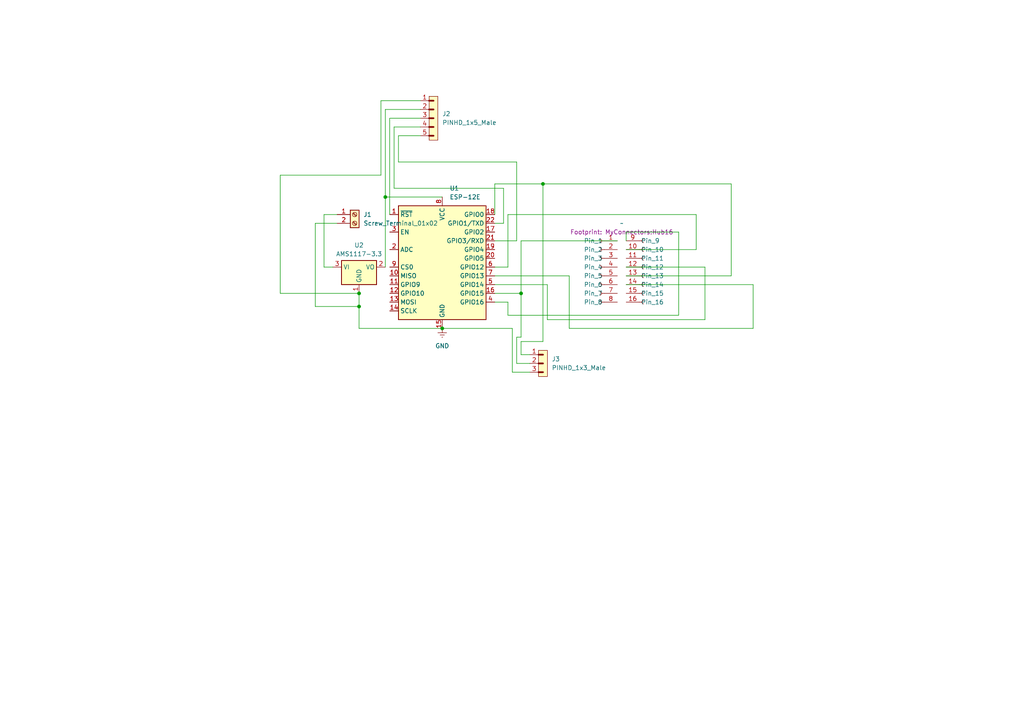
<source format=kicad_sch>
(kicad_sch (version 20250114) (generator "eeschema") (generator_version "9.0")
  (paper "A4")
  (lib_symbols
    (symbol "Connector:Screw_Terminal_01x02" (pin_names (offset 1.016) (hide yes))
      (property "Reference" "J" (at 0 2.54 0))
      (property "Value" "Screw_Terminal_01x02" (at 0 -5.08 0))
      (symbol "Screw_Terminal_01x02_1_1"
        (rectangle (start -1.27 1.27) (end 1.27 -3.81) (stroke (width 0.254)) (fill (type background)))
        (polyline (pts (xy -0.5334 0.3302) (xy 0.3302 -0.508)) (stroke (width 0.1524)))
        (polyline (pts (xy -0.5334 -2.2098) (xy 0.3302 -3.048)) (stroke (width 0.1524)))
        (polyline (pts (xy -0.3556 0.508) (xy 0.508 -0.3302)) (stroke (width 0.1524)))
        (polyline (pts (xy -0.3556 -2.032) (xy 0.508 -2.8702)) (stroke (width 0.1524)))
        (circle (center 0 0) (radius 0.635) (stroke (width 0.1524)))
        (circle (center 0 -2.54) (radius 0.635) (stroke (width 0.1524)))
        (pin passive line (at -5.08 0 0) (length 3.81) (name "Pin_1") (number "1"))
        (pin passive line (at -5.08 -2.54 0) (length 3.81) (name "Pin_2") (number "2"))
      )
    )
    (symbol "New_Library:HUB16"
      (property "Footprint" "MyConnectors:Hub16" (at 0.254 6.858 0) (show_name))
      (symbol "HUB16_1_1"
        (arc (start -7.6178 3.048) (mid -7.112 2.54) (end -7.6178 2.032) (stroke (width 0.1524)))
        (arc (start -7.6178 0.508) (mid -7.112 0) (end -7.6178 -0.508) (stroke (width 0.1524)))
        (arc (start -7.6178 -2.032) (mid -7.112 -2.54) (end -7.6178 -3.048) (stroke (width 0.1524)))
        (arc (start -7.6178 -4.572) (mid -7.112 -5.08) (end -7.6178 -5.588) (stroke (width 0.1524)))
        (arc (start -7.6178 -7.112) (mid -7.112 -7.62) (end -7.6178 -8.128) (stroke (width 0.1524)))
        (arc (start -7.6178 -9.652) (mid -7.112 -10.16) (end -7.6178 -10.668) (stroke (width 0.1524)))
        (arc (start -7.6178 -12.192) (mid -7.112 -12.7) (end -7.6178 -13.208) (stroke (width 0.1524)))
        (arc (start -7.6178 -14.732) (mid -7.112 -15.24) (end -7.6178 -15.748) (stroke (width 0.1524)))
        (polyline (pts (xy -6.35 2.54) (xy -7.112 2.54)) (stroke (width 0.1524)))
        (polyline (pts (xy -6.35 0) (xy -7.112 0)) (stroke (width 0.1524)))
        (polyline (pts (xy -6.35 -2.54) (xy -7.112 -2.54)) (stroke (width 0.1524)))
        (polyline (pts (xy -6.35 -5.08) (xy -7.112 -5.08)) (stroke (width 0.1524)))
        (polyline (pts (xy -6.35 -7.62) (xy -7.112 -7.62)) (stroke (width 0.1524)))
        (polyline (pts (xy -6.35 -10.16) (xy -7.112 -10.16)) (stroke (width 0.1524)))
        (polyline (pts (xy -6.35 -12.7) (xy -7.112 -12.7)) (stroke (width 0.1524)))
        (polyline (pts (xy -6.35 -15.24) (xy -7.112 -15.24)) (stroke (width 0.1524)))
        (polyline (pts (xy 3.81 2.54) (xy 4.572 2.54)) (stroke (width 0.1524)))
        (polyline (pts (xy 3.81 0) (xy 4.572 0)) (stroke (width 0.1524)))
        (polyline (pts (xy 3.81 -2.54) (xy 4.572 -2.54)) (stroke (width 0.1524)))
        (polyline (pts (xy 3.81 -5.08) (xy 4.572 -5.08)) (stroke (width 0.1524)))
        (polyline (pts (xy 3.81 -7.62) (xy 4.572 -7.62)) (stroke (width 0.1524)))
        (polyline (pts (xy 3.81 -10.16) (xy 4.572 -10.16)) (stroke (width 0.1524)))
        (polyline (pts (xy 3.81 -12.7) (xy 4.572 -12.7)) (stroke (width 0.1524)))
        (polyline (pts (xy 3.81 -15.24) (xy 4.572 -15.24)) (stroke (width 0.1524)))
        (arc (start 5.0778 2.032) (mid 4.572 2.54) (end 5.0778 3.048) (stroke (width 0.1524)))
        (arc (start 5.0778 -0.508) (mid 4.572 0) (end 5.0778 0.508) (stroke (width 0.1524)))
        (arc (start 5.0778 -3.048) (mid 4.572 -2.54) (end 5.0778 -2.032) (stroke (width 0.1524)))
        (arc (start 5.0778 -5.588) (mid 4.572 -5.08) (end 5.0778 -4.572) (stroke (width 0.1524)))
        (arc (start 5.0778 -8.128) (mid 4.572 -7.62) (end 5.0778 -7.112) (stroke (width 0.1524)))
        (arc (start 5.0778 -10.668) (mid 4.572 -10.16) (end 5.0778 -9.652) (stroke (width 0.1524)))
        (arc (start 5.0778 -13.208) (mid 4.572 -12.7) (end 5.0778 -12.192) (stroke (width 0.1524)))
        (arc (start 5.0778 -15.748) (mid 4.572 -15.24) (end 5.0778 -14.732) (stroke (width 0.1524)))
        (pin passive line (at -2.54 2.54 180) (length 3.81) (name "Pin_1") (number "1"))
        (pin passive line (at -2.54 0 180) (length 3.81) (name "Pin_2") (number "2"))
        (pin passive line (at -2.54 -2.54 180) (length 3.81) (name "Pin_3") (number "3"))
        (pin passive line (at -2.54 -5.08 180) (length 3.81) (name "Pin_4") (number "4"))
        (pin passive line (at -2.54 -7.62 180) (length 3.81) (name "Pin_5") (number "5"))
        (pin passive line (at -2.54 -10.16 180) (length 3.81) (name "Pin_6") (number "6"))
        (pin passive line (at -2.54 -12.7 180) (length 3.81) (name "Pin_7") (number "7"))
        (pin passive line (at -2.54 -15.24 180) (length 3.81) (name "Pin_8") (number "8"))
        (pin passive line (at 0 2.54 0) (length 3.81) (name "Pin_9") (number "9"))
        (pin passive line (at 0 0 0) (length 3.81) (name "Pin_10") (number "10"))
        (pin passive line (at 0 -2.54 0) (length 3.81) (name "Pin_11") (number "11"))
        (pin passive line (at 0 -5.08 0) (length 3.81) (name "Pin_12") (number "12"))
        (pin passive line (at 0 -7.62 0) (length 3.81) (name "Pin_13") (number "13"))
        (pin passive line (at 0 -10.16 0) (length 3.81) (name "Pin_14") (number "14"))
        (pin passive line (at 0 -12.7 0) (length 3.81) (name "Pin_15") (number "15"))
        (pin passive line (at 0 -15.24 0) (length 3.81) (name "Pin_16") (number "16"))
      )
    )
    (symbol "PCM_SL_Pin_Headers:PINHD_1x3_Male"
      (property "Reference" "J" (at 0 7.62 0))
      (property "Value" "PINHD_1x3_Male" (at 0 5.08 0))
      (symbol "PINHD_1x3_Male_0_1"
        (rectangle (start -1.27 3.81) (end 1.27 -3.81) (fill (type background)))
        (polyline (pts (xy -1.27 2.54) (xy 0 2.54)) (stroke (width 0.3)))
        (polyline (pts (xy -1.27 2.54) (xy 0 2.54)) (stroke (width 0.5)))
        (polyline (pts (xy -1.27 0) (xy 0 0)) (stroke (width 0.3)))
        (polyline (pts (xy -1.27 0) (xy 0 0)) (stroke (width 0.5)))
        (polyline (pts (xy -1.27 -2.54) (xy 0 -2.54)) (stroke (width 0.3)))
        (polyline (pts (xy -1.27 -2.54) (xy 0 -2.54)) (stroke (width 0.5)))
      )
      (symbol "PINHD_1x3_Male_1_1"
        (pin passive line (at -3.81 2.54 0) (length 2.54) (name "") (number "1"))
        (pin passive line (at -3.81 0 0) (length 2.54) (name "") (number "2"))
        (pin passive line (at -3.81 -2.54 0) (length 2.54) (name "") (number "3"))
      )
    )
    (symbol "PCM_SL_Pin_Headers:PINHD_1x5_Male"
      (property "Reference" "J" (at 0 10.16 0))
      (property "Value" "PINHD_1x5_Male" (at 0 7.62 0))
      (symbol "PINHD_1x5_Male_0_1"
        (rectangle (start -1.27 6.35) (end 1.27 -6.35) (fill (type background)))
        (polyline (pts (xy -1.27 5.08) (xy 0 5.08)) (stroke (width 0.3)))
        (polyline (pts (xy -1.27 5.08) (xy 0 5.08)) (stroke (width 0.5)))
        (polyline (pts (xy -1.27 2.54) (xy 0 2.54)) (stroke (width 0.3)))
        (polyline (pts (xy -1.27 2.54) (xy 0 2.54)) (stroke (width 0.5)))
        (polyline (pts (xy -1.27 0) (xy 0 0)) (stroke (width 0.3)))
        (polyline (pts (xy -1.27 0) (xy 0 0)) (stroke (width 0.5)))
        (polyline (pts (xy -1.27 -2.54) (xy 0 -2.54)) (stroke (width 0.3)))
        (polyline (pts (xy -1.27 -2.54) (xy 0 -2.54)) (stroke (width 0.5)))
        (polyline (pts (xy -1.27 -5.08) (xy 0 -5.08)) (stroke (width 0.3)))
        (polyline (pts (xy -1.27 -5.08) (xy 0 -5.08)) (stroke (width 0.5)))
      )
      (symbol "PINHD_1x5_Male_1_1"
        (pin passive line (at -3.81 5.08 0) (length 2.54) (name "") (number "1"))
        (pin passive line (at -3.81 2.54 0) (length 2.54) (name "") (number "2"))
        (pin passive line (at -3.81 0 0) (length 2.54) (name "") (number "3"))
        (pin passive line (at -3.81 -2.54 0) (length 2.54) (name "") (number "4"))
        (pin passive line (at -3.81 -5.08 0) (length 2.54) (name "") (number "5"))
      )
    )
    (symbol "RF_Module:ESP-12E"
      (property "Reference" "U" (at -12.7 19.05 0))
      (property "Value" "ESP-12E" (at 12.7 19.05 0))
      (symbol "ESP-12E_0_1"
        (rectangle (start -12.7 17.78) (end 12.7 -15.24) (stroke (width 0.254)) (fill (type background)))
      )
      (symbol "ESP-12E_1_1"
        (pin input line (at -15.24 15.24 0) (length 2.54) (name "~{RST}") (number "1"))
        (pin input line (at -15.24 10.16 0) (length 2.54) (name "EN") (number "3"))
        (pin input line (at -15.24 5.08 0) (length 2.54) (name "ADC") (number "2"))
        (pin input line (at -15.24 0 0) (length 2.54) (name "CS0") (number "9"))
        (pin bidirectional line (at -15.24 -2.54 0) (length 2.54) (name "MISO") (number "10"))
        (pin bidirectional line (at -15.24 -5.08 0) (length 2.54) (name "GPIO9") (number "11"))
        (pin bidirectional line (at -15.24 -7.62 0) (length 2.54) (name "GPIO10") (number "12"))
        (pin bidirectional line (at -15.24 -10.16 0) (length 2.54) (name "MOSI") (number "13"))
        (pin bidirectional line (at -15.24 -12.7 0) (length 2.54) (name "SCLK") (number "14"))
        (pin power_in line (at 0 20.32 270) (length 2.54) (name "VCC") (number "8"))
        (pin power_in line (at 0 -17.78 90) (length 2.54) (name "GND") (number "15"))
        (pin bidirectional line (at 15.24 15.24 180) (length 2.54) (name "GPIO0") (number "18"))
        (pin bidirectional line (at 15.24 12.7 180) (length 2.54) (name "GPIO1/TXD") (number "22"))
        (pin bidirectional line (at 15.24 10.16 180) (length 2.54) (name "GPIO2") (number "17"))
        (pin bidirectional line (at 15.24 7.62 180) (length 2.54) (name "GPIO3/RXD") (number "21"))
        (pin bidirectional line (at 15.24 5.08 180) (length 2.54) (name "GPIO4") (number "19"))
        (pin bidirectional line (at 15.24 2.54 180) (length 2.54) (name "GPIO5") (number "20"))
        (pin bidirectional line (at 15.24 0 180) (length 2.54) (name "GPIO12") (number "6"))
        (pin bidirectional line (at 15.24 -2.54 180) (length 2.54) (name "GPIO13") (number "7"))
        (pin bidirectional line (at 15.24 -5.08 180) (length 2.54) (name "GPIO14") (number "5"))
        (pin bidirectional line (at 15.24 -7.62 180) (length 2.54) (name "GPIO15") (number "16"))
        (pin bidirectional line (at 15.24 -10.16 180) (length 2.54) (name "GPIO16") (number "4"))
      )
    )
    (symbol "Regulator_Linear:AMS1117-3.3"
      (property "Reference" "U" (at -3.81 3.175 0))
      (property "Value" "AMS1117-3.3" (at 0 3.175 0))
      (symbol "AMS1117-3.3_0_1"
        (rectangle (start -5.08 -5.08) (end 5.08 1.905) (stroke (width 0.254)) (fill (type background)))
      )
      (symbol "AMS1117-3.3_1_1"
        (pin power_in line (at -7.62 0 0) (length 2.54) (name "VI") (number "3"))
        (pin power_in line (at 0 -7.62 90) (length 2.54) (name "GND") (number "1"))
        (pin power_out line (at 7.62 0 180) (length 2.54) (name "VO") (number "2"))
      )
    )
    (symbol "power:Earth" (power) (pin_numbers (hide yes)) (pin_names (offset 0) (hide yes))
      (property "Value" "Earth" (at 0 -3.81 0))
      (symbol "Earth_0_1"
        (polyline (pts (xy -0.635 -1.905) (xy 0.635 -1.905)))
        (polyline (pts (xy -0.127 -2.54) (xy 0.127 -2.54)))
        (polyline (pts (xy 0 -1.27) (xy 0 0)))
        (polyline (pts (xy 1.27 -1.27) (xy -1.27 -1.27)))
      )
      (symbol "Earth_1_1"
        (pin power_in line (at 0 0 270) (length 0) (name "~") (number "1"))
      )
    )
  )
  (junction (at 128.27 95.25))
  (junction (at 111.76 57.15))
  (junction (at 104.14 88.9))
  (junction (at 157.48 53.34))
  (junction (at 104.14 85.09))
  (junction (at 151.13 85.09))
  (wire (pts (xy 111.76 31.75) (xy 121.92 31.75)))
  (wire (pts (xy 147.32 91.44) (xy 147.32 87.63)))
  (wire (pts (xy 91.44 64.77) (xy 91.44 88.9)))
  (wire (pts (xy 165.1 95.25) (xy 165.1 80.01)))
  (wire (pts (xy 114.3 36.83) (xy 121.92 36.83)))
  (wire (pts (xy 93.98 77.47) (xy 96.52 77.47)))
  (wire (pts (xy 113.03 34.29) (xy 113.03 62.23)))
  (wire (pts (xy 218.44 82.55) (xy 218.44 95.25)))
  (wire (pts (xy 111.76 31.75) (xy 111.76 57.15)))
  (wire (pts (xy 110.49 29.21) (xy 121.92 29.21)))
  (wire (pts (xy 181.61 77.47) (xy 204.47 77.47)))
  (wire (pts (xy 148.59 95.25) (xy 148.59 107.95)))
  (wire (pts (xy 149.86 105.41) (xy 153.67 105.41)))
  (wire (pts (xy 111.76 57.15) (xy 111.76 77.47)))
  (wire (pts (xy 147.32 62.23) (xy 147.32 77.47)))
  (wire (pts (xy 196.85 91.44) (xy 147.32 91.44)))
  (wire (pts (xy 158.75 82.55) (xy 143.51 82.55)))
  (wire (pts (xy 204.47 92.71) (xy 158.75 92.71)))
  (wire (pts (xy 148.59 107.95) (xy 153.67 107.95)))
  (wire (pts (xy 149.86 97.79) (xy 149.86 105.41)))
  (wire (pts (xy 181.61 67.31) (xy 196.85 67.31)))
  (wire (pts (xy 114.3 36.83) (xy 114.3 54.61)))
  (wire (pts (xy 93.98 62.23) (xy 93.98 77.47)))
  (wire (pts (xy 181.61 80.01) (xy 212.09 80.01)))
  (wire (pts (xy 113.03 34.29) (xy 121.92 34.29)))
  (wire (pts (xy 111.76 57.15) (xy 128.27 57.15)))
  (wire (pts (xy 204.47 77.47) (xy 204.47 92.71)))
  (wire (pts (xy 196.85 67.31) (xy 196.85 91.44)))
  (wire (pts (xy 151.13 99.06) (xy 157.48 99.06)))
  (wire (pts (xy 151.13 69.85) (xy 151.13 85.09)))
  (wire (pts (xy 212.09 80.01) (xy 212.09 53.34)))
  (wire (pts (xy 128.27 95.25) (xy 148.59 95.25)))
  (wire (pts (xy 201.93 62.23) (xy 147.32 62.23)))
  (wire (pts (xy 157.48 53.34) (xy 157.48 99.06)))
  (wire (pts (xy 181.61 69.85) (xy 181.61 67.31)))
  (wire (pts (xy 143.51 69.85) (xy 149.86 69.85)))
  (wire (pts (xy 104.14 88.9) (xy 104.14 95.25)))
  (wire (pts (xy 143.51 53.34) (xy 143.51 62.23)))
  (wire (pts (xy 149.86 46.99) (xy 115.57 46.99)))
  (wire (pts (xy 201.93 72.39) (xy 201.93 62.23)))
  (wire (pts (xy 151.13 85.09) (xy 143.51 85.09)))
  (wire (pts (xy 81.28 50.8) (xy 110.49 50.8)))
  (wire (pts (xy 146.05 54.61) (xy 114.3 54.61)))
  (wire (pts (xy 157.48 53.34) (xy 143.51 53.34)))
  (wire (pts (xy 115.57 39.37) (xy 115.57 46.99)))
  (wire (pts (xy 165.1 80.01) (xy 143.51 80.01)))
  (wire (pts (xy 143.51 64.77) (xy 146.05 64.77)))
  (wire (pts (xy 104.14 85.09) (xy 104.14 88.9)))
  (wire (pts (xy 146.05 64.77) (xy 146.05 54.61)))
  (wire (pts (xy 158.75 92.71) (xy 158.75 82.55)))
  (wire (pts (xy 91.44 88.9) (xy 104.14 88.9)))
  (wire (pts (xy 104.14 85.09) (xy 81.28 85.09)))
  (wire (pts (xy 179.07 69.85) (xy 151.13 69.85)))
  (wire (pts (xy 104.14 95.25) (xy 128.27 95.25)))
  (wire (pts (xy 181.61 82.55) (xy 218.44 82.55)))
  (wire (pts (xy 151.13 85.09) (xy 151.13 97.79)))
  (wire (pts (xy 81.28 85.09) (xy 81.28 50.8)))
  (wire (pts (xy 149.86 69.85) (xy 149.86 46.99)))
  (wire (pts (xy 97.79 64.77) (xy 91.44 64.77)))
  (wire (pts (xy 147.32 87.63) (xy 143.51 87.63)))
  (wire (pts (xy 110.49 29.21) (xy 110.49 50.8)))
  (wire (pts (xy 218.44 95.25) (xy 165.1 95.25)))
  (wire (pts (xy 147.32 77.47) (xy 143.51 77.47)))
  (wire (pts (xy 151.13 97.79) (xy 149.86 97.79)))
  (wire (pts (xy 121.92 39.37) (xy 115.57 39.37)))
  (wire (pts (xy 212.09 53.34) (xy 157.48 53.34)))
  (wire (pts (xy 151.13 102.87) (xy 153.67 102.87)))
  (wire (pts (xy 97.79 62.23) (xy 93.98 62.23)))
  (wire (pts (xy 181.61 72.39) (xy 201.93 72.39)))
  (wire (pts (xy 151.13 99.06) (xy 151.13 102.87)))
  (symbol (lib_id "power:Earth") (at 128.27 95.25 0) (unit 1)
    (property "Reference" "#PWR01" (effects (hide yes)))
    (property "Value" "GND" (at 128.27 100.33 0))
    (property "Description" "Power symbol creates a global label with name \"Earth\"" (effects (hide yes)))
  )
  (symbol (lib_id "PCM_SL_Pin_Headers:PINHD_1x5_Male") (at 125.73 34.29 0) (unit 1)
    (property "Reference" "J2" (at 128.27 33.0199 0) (effects (justify left)))
    (property "Value" "PINHD_1x5_Male" (at 128.27 35.5599 0) (effects (justify left)))
    (property "Footprint" "Connector_PinHeader_2.54mm:PinHeader_1x05_P2.54mm_Vertical" (effects (hide yes)))
    (property "Description" "Pin Header male with pin space 2.54mm. Pin Count -5" (effects (hide yes)))
  )
  (symbol (lib_id "Connector:Screw_Terminal_01x02") (at 102.87 62.23 0) (unit 1)
    (property "Reference" "J1" (at 105.41 62.2299 0) (effects (justify left)))
    (property "Value" "Screw_Terminal_01x02" (at 105.41 64.7699 0) (effects (justify left)))
    (property "Footprint" "TerminalBlock:TerminalBlock_MaiXu_MX126-5.0-02P_1x02_P5.00mm" (effects (hide yes)))
    (property "Description" "Generic screw terminal, single row, 01x02, script generated (kicad-library-utils/schlib/autogen/connector/)" (effects (hide yes)))
  )
  (symbol (lib_id "New_Library:HUB16") (at 181.61 72.39 0) (unit 1)
    (property "Reference" "U3" (effects (hide yes)))
    (property "Value" "~" (at 180.34 64.77 0))
    (property "Footprint" "MyConnectors:Hub16" (at 180.34 67.31 0) (show_name yes))
    (property "Sim.Library" "HUB" (effects (hide yes)))
  )
  (symbol (lib_id "RF_Module:ESP-12E") (at 128.27 77.47 0) (unit 1)
    (property "Reference" "U1" (at 130.4133 54.61 0) (effects (justify left)))
    (property "Value" "ESP-12E" (at 130.4133 57.15 0) (effects (justify left)))
    (property "Footprint" "RF_Module:ESP-12E" (effects (hide yes)))
    (property "Datasheet" "http://wiki.ai-thinker.com/_media/esp8266/esp8266_series_modules_user_manual_v1.1.pdf" (effects (hide yes)))
    (property "Description" "802.11 b/g/n Wi-Fi Module" (effects (hide yes)))
  )
  (symbol (lib_id "Regulator_Linear:AMS1117-3.3") (at 104.14 77.47 0) (unit 1)
    (property "Reference" "U2" (at 104.14 71.12 0))
    (property "Value" "AMS1117-3.3" (at 104.14 73.66 0))
    (property "Footprint" "Package_TO_SOT_SMD:SOT-223-3_TabPin2" (effects (hide yes)))
    (property "Datasheet" "http://www.advanced-monolithic.com/pdf/ds1117.pdf" (effects (hide yes)))
    (property "Description" "1A Low Dropout regulator, positive, 3.3V fixed output, SOT-223" (effects (hide yes)))
  )
  (symbol (lib_id "PCM_SL_Pin_Headers:PINHD_1x3_Male") (at 157.48 105.41 0) (unit 1)
    (property "Reference" "J3" (at 160.02 104.1399 0) (effects (justify left)))
    (property "Value" "PINHD_1x3_Male" (at 160.02 106.6799 0) (effects (justify left)))
    (property "Footprint" "Connector_PinHeader_2.54mm:PinHeader_1x03_P2.54mm_Vertical" (effects (hide yes)))
    (property "Description" "Pin Header male with pin space 2.54mm. Pin Count -3" (effects (hide yes)))
  )
)
</source>
